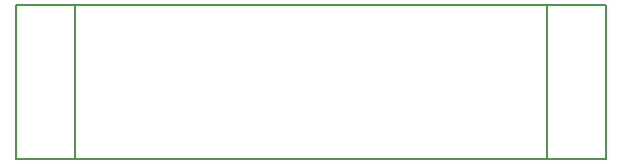
<source format=gko>
%FSTAX24Y24*%
%MOIN*%
G70*
G01*
G75*
G04 Layer_Color=16711935*
%ADD10R,0.0807X0.0886*%
%ADD11R,0.0492X0.0630*%
%ADD12R,0.0315X0.0374*%
%ADD13R,0.0374X0.0315*%
%ADD14R,0.0472X0.0256*%
%ADD15R,0.0256X0.0472*%
%ADD16R,0.0630X0.0630*%
%ADD17O,0.0472X0.0217*%
%ADD18R,0.0472X0.0217*%
%ADD19C,0.0100*%
%ADD20R,0.0591X0.0591*%
%ADD21C,0.0591*%
%ADD22C,0.0472*%
%ADD23C,0.0551*%
%ADD24C,0.1575*%
%ADD25C,0.0709*%
%ADD26C,0.0320*%
%ADD27O,0.0236X0.1204*%
%ADD28O,0.0236X0.1200*%
%ADD29R,0.0236X0.1200*%
%ADD30C,0.0197*%
%ADD31C,0.0080*%
%ADD32C,0.0039*%
%ADD33C,0.0079*%
%ADD34C,0.0004*%
%ADD35R,0.0887X0.0966*%
%ADD36R,0.0572X0.0710*%
%ADD37R,0.0395X0.0454*%
%ADD38R,0.0454X0.0395*%
%ADD39R,0.0552X0.0336*%
%ADD40R,0.0336X0.0552*%
%ADD41R,0.0710X0.0710*%
%ADD42O,0.0512X0.0256*%
%ADD43R,0.0512X0.0256*%
%ADD44R,0.0671X0.0671*%
%ADD45C,0.0671*%
%ADD46C,0.0552*%
%ADD47C,0.0631*%
%ADD48C,0.1655*%
%ADD49C,0.0789*%
%ADD50C,0.0400*%
%ADD51O,0.0316X0.1284*%
%ADD52O,0.0316X0.1280*%
%ADD53R,0.0316X0.1280*%
D31*
X230842Y141397D02*
X2328D01*
X230842D02*
Y146515D01*
X2328D01*
X248548Y141397D02*
X250517D01*
Y146515D01*
X248548D02*
X250517D01*
X2328D02*
X248548D01*
Y141397D02*
Y146515D01*
X2328Y141397D02*
X248548D01*
X2328D02*
Y146515D01*
M02*

</source>
